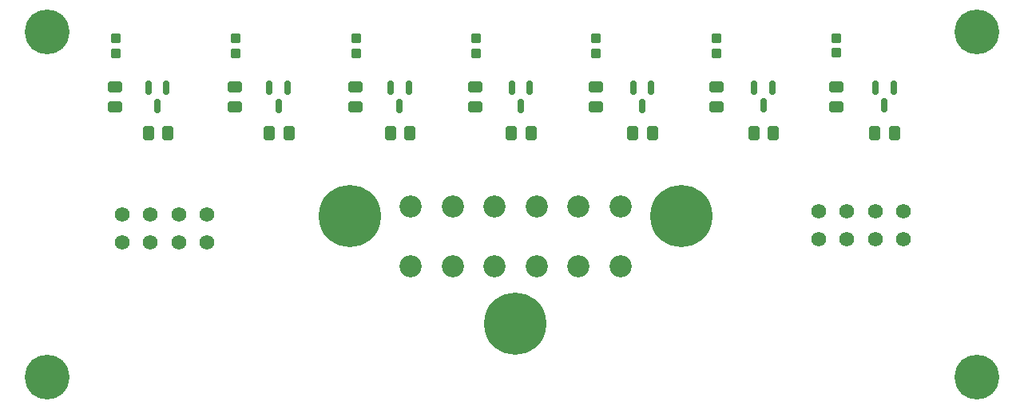
<source format=gbr>
%TF.GenerationSoftware,KiCad,Pcbnew,9.0.4*%
%TF.CreationDate,2025-10-28T17:38:43-05:00*%
%TF.ProjectId,TEST,54455354-2e6b-4696-9361-645f70636258,rev?*%
%TF.SameCoordinates,Original*%
%TF.FileFunction,Soldermask,Top*%
%TF.FilePolarity,Negative*%
%FSLAX46Y46*%
G04 Gerber Fmt 4.6, Leading zero omitted, Abs format (unit mm)*
G04 Created by KiCad (PCBNEW 9.0.4) date 2025-10-28 17:38:43*
%MOMM*%
%LPD*%
G01*
G04 APERTURE LIST*
G04 Aperture macros list*
%AMRoundRect*
0 Rectangle with rounded corners*
0 $1 Rounding radius*
0 $2 $3 $4 $5 $6 $7 $8 $9 X,Y pos of 4 corners*
0 Add a 4 corners polygon primitive as box body*
4,1,4,$2,$3,$4,$5,$6,$7,$8,$9,$2,$3,0*
0 Add four circle primitives for the rounded corners*
1,1,$1+$1,$2,$3*
1,1,$1+$1,$4,$5*
1,1,$1+$1,$6,$7*
1,1,$1+$1,$8,$9*
0 Add four rect primitives between the rounded corners*
20,1,$1+$1,$2,$3,$4,$5,0*
20,1,$1+$1,$4,$5,$6,$7,0*
20,1,$1+$1,$6,$7,$8,$9,0*
20,1,$1+$1,$8,$9,$2,$3,0*%
G04 Aperture macros list end*
%ADD10C,6.600000*%
%ADD11C,2.340000*%
%ADD12C,4.750000*%
%ADD13RoundRect,0.150000X-0.150000X0.587500X-0.150000X-0.587500X0.150000X-0.587500X0.150000X0.587500X0*%
%ADD14RoundRect,0.168750X0.393750X0.593750X-0.393750X0.593750X-0.393750X-0.593750X0.393750X-0.593750X0*%
%ADD15RoundRect,0.168750X-0.593750X0.393750X-0.593750X-0.393750X0.593750X-0.393750X0.593750X0.393750X0*%
%ADD16RoundRect,0.150000X0.400000X-0.350000X0.400000X0.350000X-0.400000X0.350000X-0.400000X-0.350000X0*%
%ADD17C,1.574800*%
G04 APERTURE END LIST*
D10*
%TO.C,J3*%
X127750000Y-80200000D03*
X145290000Y-91630000D03*
X162830000Y-80200000D03*
D11*
X134190000Y-79190000D03*
X138630000Y-79190000D03*
X143070000Y-79190000D03*
X147510000Y-79190000D03*
X151950000Y-79190000D03*
X156390000Y-79190000D03*
X156390000Y-85540000D03*
X151950000Y-85540000D03*
X147510000Y-85540000D03*
X143070000Y-85540000D03*
X138630000Y-85540000D03*
X134190000Y-85540000D03*
%TD*%
D12*
%TO.C,REF\u002A\u002A*%
X194210660Y-97300000D03*
%TD*%
D13*
%TO.C,Q3*%
X133958333Y-66626500D03*
X132058333Y-66626500D03*
X133008333Y-68501500D03*
%TD*%
%TO.C,Q4*%
X146806250Y-66626500D03*
X144906250Y-66626500D03*
X145856250Y-68501500D03*
%TD*%
%TO.C,Q7*%
X185350000Y-66612500D03*
X183450000Y-66612500D03*
X184400000Y-68487500D03*
%TD*%
%TO.C,Q6*%
X172502083Y-66612500D03*
X170602083Y-66612500D03*
X171552083Y-68487500D03*
%TD*%
D14*
%TO.C,R1*%
X108437500Y-71400000D03*
X106362500Y-71400000D03*
%TD*%
D15*
%TO.C,R10*%
X153800000Y-66526500D03*
X153800000Y-68601500D03*
%TD*%
D16*
%TO.C,D1*%
X102925000Y-62914000D03*
X102925000Y-61314000D03*
%TD*%
D12*
%TO.C,REF\u002A\u002A*%
X95600000Y-97300000D03*
%TD*%
D15*
%TO.C,R2*%
X102800000Y-66526500D03*
X102800000Y-68601500D03*
%TD*%
D14*
%TO.C,R5*%
X134104167Y-71400000D03*
X132029167Y-71400000D03*
%TD*%
D17*
%TO.C,J2*%
X186399997Y-82700000D03*
X183399998Y-82700000D03*
X180399999Y-82700000D03*
X177400000Y-82700000D03*
X186399997Y-79700001D03*
X183399998Y-79700001D03*
X180399999Y-79700001D03*
X177400000Y-79700001D03*
%TD*%
D15*
%TO.C,R8*%
X141050000Y-66526500D03*
X141050000Y-68601500D03*
%TD*%
D16*
%TO.C,D5*%
X153841667Y-62914000D03*
X153841667Y-61314000D03*
%TD*%
%TO.C,D7*%
X179300000Y-62900000D03*
X179300000Y-61300000D03*
%TD*%
%TO.C,D4*%
X141112500Y-62914000D03*
X141112500Y-61314000D03*
%TD*%
D17*
%TO.C,J1*%
X112600000Y-83050000D03*
X109600001Y-83050000D03*
X106600002Y-83050000D03*
X103600003Y-83050000D03*
X112600000Y-80050001D03*
X109600001Y-80050001D03*
X106600002Y-80050001D03*
X103600003Y-80050001D03*
%TD*%
D15*
%TO.C,R4*%
X115550000Y-66526500D03*
X115550000Y-68601500D03*
%TD*%
%TO.C,R6*%
X128300000Y-66526500D03*
X128300000Y-68601500D03*
%TD*%
D14*
%TO.C,R9*%
X159770833Y-71400000D03*
X157695833Y-71400000D03*
%TD*%
%TO.C,R11*%
X172604167Y-71386000D03*
X170529167Y-71386000D03*
%TD*%
D16*
%TO.C,D3*%
X128383333Y-62914000D03*
X128383333Y-61314000D03*
%TD*%
D12*
%TO.C,REF\u002A\u002A*%
X194210660Y-60700000D03*
%TD*%
D16*
%TO.C,D6*%
X166570833Y-62914000D03*
X166570833Y-61314000D03*
%TD*%
D13*
%TO.C,Q2*%
X121110417Y-66626500D03*
X119210417Y-66626500D03*
X120160417Y-68501500D03*
%TD*%
%TO.C,Q1*%
X108262500Y-66626500D03*
X106362500Y-66626500D03*
X107312500Y-68501500D03*
%TD*%
D15*
%TO.C,R12*%
X166550000Y-66512500D03*
X166550000Y-68587500D03*
%TD*%
D14*
%TO.C,R3*%
X121270833Y-71400000D03*
X119195833Y-71400000D03*
%TD*%
D16*
%TO.C,D2*%
X115654167Y-62914000D03*
X115654167Y-61314000D03*
%TD*%
D14*
%TO.C,R7*%
X146937500Y-71400000D03*
X144862500Y-71400000D03*
%TD*%
D13*
%TO.C,Q5*%
X159654167Y-66626500D03*
X157754167Y-66626500D03*
X158704167Y-68501500D03*
%TD*%
D15*
%TO.C,R14*%
X179300000Y-66512500D03*
X179300000Y-68587500D03*
%TD*%
D14*
%TO.C,R13*%
X185437500Y-71400000D03*
X183362500Y-71400000D03*
%TD*%
D12*
%TO.C,REF\u002A\u002A*%
X95600000Y-60700000D03*
%TD*%
M02*

</source>
